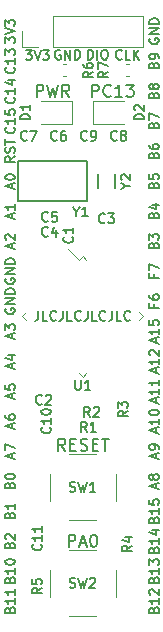
<source format=gto>
G04 #@! TF.GenerationSoftware,KiCad,Pcbnew,(5.1.6)-1*
G04 #@! TF.CreationDate,2020-06-29T14:48:59-07:00*
G04 #@! TF.ProjectId,devboard,64657662-6f61-4726-942e-6b696361645f,A*
G04 #@! TF.SameCoordinates,PX7c82060PY49a3900*
G04 #@! TF.FileFunction,Legend,Top*
G04 #@! TF.FilePolarity,Positive*
%FSLAX46Y46*%
G04 Gerber Fmt 4.6, Leading zero omitted, Abs format (unit mm)*
G04 Created by KiCad (PCBNEW (5.1.6)-1) date 2020-06-29 14:48:59*
%MOMM*%
%LPD*%
G01*
G04 APERTURE LIST*
%ADD10C,0.203200*%
%ADD11C,0.152400*%
%ADD12C,0.150000*%
%ADD13C,0.120000*%
G04 APERTURE END LIST*
D10*
X7958666Y-45163619D02*
X7958666Y-44147619D01*
X8345714Y-44147619D01*
X8442476Y-44196000D01*
X8490857Y-44244380D01*
X8539238Y-44341142D01*
X8539238Y-44486285D01*
X8490857Y-44583047D01*
X8442476Y-44631428D01*
X8345714Y-44679809D01*
X7958666Y-44679809D01*
X8926285Y-44873333D02*
X9410095Y-44873333D01*
X8829523Y-45163619D02*
X9168190Y-44147619D01*
X9506857Y-45163619D01*
X10039047Y-44147619D02*
X10135809Y-44147619D01*
X10232571Y-44196000D01*
X10280952Y-44244380D01*
X10329333Y-44341142D01*
X10377714Y-44534666D01*
X10377714Y-44776571D01*
X10329333Y-44970095D01*
X10280952Y-45066857D01*
X10232571Y-45115238D01*
X10135809Y-45163619D01*
X10039047Y-45163619D01*
X9942285Y-45115238D01*
X9893904Y-45066857D01*
X9845523Y-44970095D01*
X9797142Y-44776571D01*
X9797142Y-44534666D01*
X9845523Y-44341142D01*
X9893904Y-44244380D01*
X9942285Y-44196000D01*
X10039047Y-44147619D01*
X7668380Y-37035619D02*
X7329714Y-36551809D01*
X7087809Y-37035619D02*
X7087809Y-36019619D01*
X7474857Y-36019619D01*
X7571619Y-36068000D01*
X7620000Y-36116380D01*
X7668380Y-36213142D01*
X7668380Y-36358285D01*
X7620000Y-36455047D01*
X7571619Y-36503428D01*
X7474857Y-36551809D01*
X7087809Y-36551809D01*
X8103809Y-36503428D02*
X8442476Y-36503428D01*
X8587619Y-37035619D02*
X8103809Y-37035619D01*
X8103809Y-36019619D01*
X8587619Y-36019619D01*
X8974666Y-36987238D02*
X9119809Y-37035619D01*
X9361714Y-37035619D01*
X9458476Y-36987238D01*
X9506857Y-36938857D01*
X9555238Y-36842095D01*
X9555238Y-36745333D01*
X9506857Y-36648571D01*
X9458476Y-36600190D01*
X9361714Y-36551809D01*
X9168190Y-36503428D01*
X9071428Y-36455047D01*
X9023047Y-36406666D01*
X8974666Y-36309904D01*
X8974666Y-36213142D01*
X9023047Y-36116380D01*
X9071428Y-36068000D01*
X9168190Y-36019619D01*
X9410095Y-36019619D01*
X9555238Y-36068000D01*
X9990666Y-36503428D02*
X10329333Y-36503428D01*
X10474476Y-37035619D02*
X9990666Y-37035619D01*
X9990666Y-36019619D01*
X10474476Y-36019619D01*
X10764761Y-36019619D02*
X11345333Y-36019619D01*
X11055047Y-37035619D02*
X11055047Y-36019619D01*
X9942285Y-7063619D02*
X9942285Y-6047619D01*
X10329333Y-6047619D01*
X10426095Y-6096000D01*
X10474476Y-6144380D01*
X10522857Y-6241142D01*
X10522857Y-6386285D01*
X10474476Y-6483047D01*
X10426095Y-6531428D01*
X10329333Y-6579809D01*
X9942285Y-6579809D01*
X11538857Y-6966857D02*
X11490476Y-7015238D01*
X11345333Y-7063619D01*
X11248571Y-7063619D01*
X11103428Y-7015238D01*
X11006666Y-6918476D01*
X10958285Y-6821714D01*
X10909904Y-6628190D01*
X10909904Y-6483047D01*
X10958285Y-6289523D01*
X11006666Y-6192761D01*
X11103428Y-6096000D01*
X11248571Y-6047619D01*
X11345333Y-6047619D01*
X11490476Y-6096000D01*
X11538857Y-6144380D01*
X12506476Y-7063619D02*
X11925904Y-7063619D01*
X12216190Y-7063619D02*
X12216190Y-6047619D01*
X12119428Y-6192761D01*
X12022666Y-6289523D01*
X11925904Y-6337904D01*
X12845142Y-6047619D02*
X13474095Y-6047619D01*
X13135428Y-6434666D01*
X13280571Y-6434666D01*
X13377333Y-6483047D01*
X13425714Y-6531428D01*
X13474095Y-6628190D01*
X13474095Y-6870095D01*
X13425714Y-6966857D01*
X13377333Y-7015238D01*
X13280571Y-7063619D01*
X12990285Y-7063619D01*
X12893523Y-7015238D01*
X12845142Y-6966857D01*
X5249333Y-7063619D02*
X5249333Y-6047619D01*
X5636380Y-6047619D01*
X5733142Y-6096000D01*
X5781523Y-6144380D01*
X5829904Y-6241142D01*
X5829904Y-6386285D01*
X5781523Y-6483047D01*
X5733142Y-6531428D01*
X5636380Y-6579809D01*
X5249333Y-6579809D01*
X6168571Y-6047619D02*
X6410476Y-7063619D01*
X6604000Y-6337904D01*
X6797523Y-7063619D01*
X7039428Y-6047619D01*
X8007047Y-7063619D02*
X7668380Y-6579809D01*
X7426476Y-7063619D02*
X7426476Y-6047619D01*
X7813523Y-6047619D01*
X7910285Y-6096000D01*
X7958666Y-6144380D01*
X8007047Y-6241142D01*
X8007047Y-6386285D01*
X7958666Y-6483047D01*
X7910285Y-6531428D01*
X7813523Y-6579809D01*
X7426476Y-6579809D01*
D11*
X15181942Y-50500038D02*
X15220647Y-50383923D01*
X15259352Y-50345219D01*
X15336761Y-50306514D01*
X15452876Y-50306514D01*
X15530285Y-50345219D01*
X15568990Y-50383923D01*
X15607695Y-50461333D01*
X15607695Y-50770971D01*
X14794895Y-50770971D01*
X14794895Y-50500038D01*
X14833600Y-50422628D01*
X14872304Y-50383923D01*
X14949714Y-50345219D01*
X15027123Y-50345219D01*
X15104533Y-50383923D01*
X15143238Y-50422628D01*
X15181942Y-50500038D01*
X15181942Y-50770971D01*
X15607695Y-49532419D02*
X15607695Y-49996876D01*
X15607695Y-49764647D02*
X14794895Y-49764647D01*
X14911009Y-49842057D01*
X14988419Y-49919466D01*
X15027123Y-49996876D01*
X14872304Y-49222780D02*
X14833600Y-49184076D01*
X14794895Y-49106666D01*
X14794895Y-48913142D01*
X14833600Y-48835733D01*
X14872304Y-48797028D01*
X14949714Y-48758323D01*
X15027123Y-48758323D01*
X15143238Y-48797028D01*
X15607695Y-49261485D01*
X15607695Y-48758323D01*
X15181942Y-47960038D02*
X15220647Y-47843923D01*
X15259352Y-47805219D01*
X15336761Y-47766514D01*
X15452876Y-47766514D01*
X15530285Y-47805219D01*
X15568990Y-47843923D01*
X15607695Y-47921333D01*
X15607695Y-48230971D01*
X14794895Y-48230971D01*
X14794895Y-47960038D01*
X14833600Y-47882628D01*
X14872304Y-47843923D01*
X14949714Y-47805219D01*
X15027123Y-47805219D01*
X15104533Y-47843923D01*
X15143238Y-47882628D01*
X15181942Y-47960038D01*
X15181942Y-48230971D01*
X15607695Y-46992419D02*
X15607695Y-47456876D01*
X15607695Y-47224647D02*
X14794895Y-47224647D01*
X14911009Y-47302057D01*
X14988419Y-47379466D01*
X15027123Y-47456876D01*
X14794895Y-46721485D02*
X14794895Y-46218323D01*
X15104533Y-46489257D01*
X15104533Y-46373142D01*
X15143238Y-46295733D01*
X15181942Y-46257028D01*
X15259352Y-46218323D01*
X15452876Y-46218323D01*
X15530285Y-46257028D01*
X15568990Y-46295733D01*
X15607695Y-46373142D01*
X15607695Y-46605371D01*
X15568990Y-46682780D01*
X15530285Y-46721485D01*
X15181942Y-45420038D02*
X15220647Y-45303923D01*
X15259352Y-45265219D01*
X15336761Y-45226514D01*
X15452876Y-45226514D01*
X15530285Y-45265219D01*
X15568990Y-45303923D01*
X15607695Y-45381333D01*
X15607695Y-45690971D01*
X14794895Y-45690971D01*
X14794895Y-45420038D01*
X14833600Y-45342628D01*
X14872304Y-45303923D01*
X14949714Y-45265219D01*
X15027123Y-45265219D01*
X15104533Y-45303923D01*
X15143238Y-45342628D01*
X15181942Y-45420038D01*
X15181942Y-45690971D01*
X15607695Y-44452419D02*
X15607695Y-44916876D01*
X15607695Y-44684647D02*
X14794895Y-44684647D01*
X14911009Y-44762057D01*
X14988419Y-44839466D01*
X15027123Y-44916876D01*
X15065828Y-43755733D02*
X15607695Y-43755733D01*
X14756190Y-43949257D02*
X15336761Y-44142780D01*
X15336761Y-43639619D01*
X15181942Y-42880038D02*
X15220647Y-42763923D01*
X15259352Y-42725219D01*
X15336761Y-42686514D01*
X15452876Y-42686514D01*
X15530285Y-42725219D01*
X15568990Y-42763923D01*
X15607695Y-42841333D01*
X15607695Y-43150971D01*
X14794895Y-43150971D01*
X14794895Y-42880038D01*
X14833600Y-42802628D01*
X14872304Y-42763923D01*
X14949714Y-42725219D01*
X15027123Y-42725219D01*
X15104533Y-42763923D01*
X15143238Y-42802628D01*
X15181942Y-42880038D01*
X15181942Y-43150971D01*
X15607695Y-41912419D02*
X15607695Y-42376876D01*
X15607695Y-42144647D02*
X14794895Y-42144647D01*
X14911009Y-42222057D01*
X14988419Y-42299466D01*
X15027123Y-42376876D01*
X14794895Y-41177028D02*
X14794895Y-41564076D01*
X15181942Y-41602780D01*
X15143238Y-41564076D01*
X15104533Y-41486666D01*
X15104533Y-41293142D01*
X15143238Y-41215733D01*
X15181942Y-41177028D01*
X15259352Y-41138323D01*
X15452876Y-41138323D01*
X15530285Y-41177028D01*
X15568990Y-41215733D01*
X15607695Y-41293142D01*
X15607695Y-41486666D01*
X15568990Y-41564076D01*
X15530285Y-41602780D01*
X15375466Y-40204571D02*
X15375466Y-39817523D01*
X15607695Y-40281980D02*
X14794895Y-40011047D01*
X15607695Y-39740114D01*
X15143238Y-39353066D02*
X15104533Y-39430476D01*
X15065828Y-39469180D01*
X14988419Y-39507885D01*
X14949714Y-39507885D01*
X14872304Y-39469180D01*
X14833600Y-39430476D01*
X14794895Y-39353066D01*
X14794895Y-39198247D01*
X14833600Y-39120838D01*
X14872304Y-39082133D01*
X14949714Y-39043428D01*
X14988419Y-39043428D01*
X15065828Y-39082133D01*
X15104533Y-39120838D01*
X15143238Y-39198247D01*
X15143238Y-39353066D01*
X15181942Y-39430476D01*
X15220647Y-39469180D01*
X15298057Y-39507885D01*
X15452876Y-39507885D01*
X15530285Y-39469180D01*
X15568990Y-39430476D01*
X15607695Y-39353066D01*
X15607695Y-39198247D01*
X15568990Y-39120838D01*
X15530285Y-39082133D01*
X15452876Y-39043428D01*
X15298057Y-39043428D01*
X15220647Y-39082133D01*
X15181942Y-39120838D01*
X15143238Y-39198247D01*
X15375466Y-37664571D02*
X15375466Y-37277523D01*
X15607695Y-37741980D02*
X14794895Y-37471047D01*
X15607695Y-37200114D01*
X15607695Y-36890476D02*
X15607695Y-36735657D01*
X15568990Y-36658247D01*
X15530285Y-36619542D01*
X15414171Y-36542133D01*
X15259352Y-36503428D01*
X14949714Y-36503428D01*
X14872304Y-36542133D01*
X14833600Y-36580838D01*
X14794895Y-36658247D01*
X14794895Y-36813066D01*
X14833600Y-36890476D01*
X14872304Y-36929180D01*
X14949714Y-36967885D01*
X15143238Y-36967885D01*
X15220647Y-36929180D01*
X15259352Y-36890476D01*
X15298057Y-36813066D01*
X15298057Y-36658247D01*
X15259352Y-36580838D01*
X15220647Y-36542133D01*
X15143238Y-36503428D01*
X15375466Y-35511619D02*
X15375466Y-35124571D01*
X15607695Y-35589028D02*
X14794895Y-35318095D01*
X15607695Y-35047161D01*
X15607695Y-34350476D02*
X15607695Y-34814933D01*
X15607695Y-34582704D02*
X14794895Y-34582704D01*
X14911009Y-34660114D01*
X14988419Y-34737523D01*
X15027123Y-34814933D01*
X14794895Y-33847314D02*
X14794895Y-33769904D01*
X14833600Y-33692495D01*
X14872304Y-33653790D01*
X14949714Y-33615085D01*
X15104533Y-33576380D01*
X15298057Y-33576380D01*
X15452876Y-33615085D01*
X15530285Y-33653790D01*
X15568990Y-33692495D01*
X15607695Y-33769904D01*
X15607695Y-33847314D01*
X15568990Y-33924723D01*
X15530285Y-33963428D01*
X15452876Y-34002133D01*
X15298057Y-34040838D01*
X15104533Y-34040838D01*
X14949714Y-34002133D01*
X14872304Y-33963428D01*
X14833600Y-33924723D01*
X14794895Y-33847314D01*
X15375466Y-32971619D02*
X15375466Y-32584571D01*
X15607695Y-33049028D02*
X14794895Y-32778095D01*
X15607695Y-32507161D01*
X15607695Y-31810476D02*
X15607695Y-32274933D01*
X15607695Y-32042704D02*
X14794895Y-32042704D01*
X14911009Y-32120114D01*
X14988419Y-32197523D01*
X15027123Y-32274933D01*
X15607695Y-31036380D02*
X15607695Y-31500838D01*
X15607695Y-31268609D02*
X14794895Y-31268609D01*
X14911009Y-31346019D01*
X14988419Y-31423428D01*
X15027123Y-31500838D01*
X15375466Y-30431619D02*
X15375466Y-30044571D01*
X15607695Y-30509028D02*
X14794895Y-30238095D01*
X15607695Y-29967161D01*
X15607695Y-29270476D02*
X15607695Y-29734933D01*
X15607695Y-29502704D02*
X14794895Y-29502704D01*
X14911009Y-29580114D01*
X14988419Y-29657523D01*
X15027123Y-29734933D01*
X14872304Y-28960838D02*
X14833600Y-28922133D01*
X14794895Y-28844723D01*
X14794895Y-28651200D01*
X14833600Y-28573790D01*
X14872304Y-28535085D01*
X14949714Y-28496380D01*
X15027123Y-28496380D01*
X15143238Y-28535085D01*
X15607695Y-28999542D01*
X15607695Y-28496380D01*
X15375466Y-27891619D02*
X15375466Y-27504571D01*
X15607695Y-27969028D02*
X14794895Y-27698095D01*
X15607695Y-27427161D01*
X15607695Y-26730476D02*
X15607695Y-27194933D01*
X15607695Y-26962704D02*
X14794895Y-26962704D01*
X14911009Y-27040114D01*
X14988419Y-27117523D01*
X15027123Y-27194933D01*
X14794895Y-25995085D02*
X14794895Y-26382133D01*
X15181942Y-26420838D01*
X15143238Y-26382133D01*
X15104533Y-26304723D01*
X15104533Y-26111200D01*
X15143238Y-26033790D01*
X15181942Y-25995085D01*
X15259352Y-25956380D01*
X15452876Y-25956380D01*
X15530285Y-25995085D01*
X15568990Y-26033790D01*
X15607695Y-26111200D01*
X15607695Y-26304723D01*
X15568990Y-26382133D01*
X15530285Y-26420838D01*
X15181942Y-24654933D02*
X15181942Y-24925866D01*
X15607695Y-24925866D02*
X14794895Y-24925866D01*
X14794895Y-24538819D01*
X14794895Y-23880838D02*
X14794895Y-24035657D01*
X14833600Y-24113066D01*
X14872304Y-24151771D01*
X14988419Y-24229180D01*
X15143238Y-24267885D01*
X15452876Y-24267885D01*
X15530285Y-24229180D01*
X15568990Y-24190476D01*
X15607695Y-24113066D01*
X15607695Y-23958247D01*
X15568990Y-23880838D01*
X15530285Y-23842133D01*
X15452876Y-23803428D01*
X15259352Y-23803428D01*
X15181942Y-23842133D01*
X15143238Y-23880838D01*
X15104533Y-23958247D01*
X15104533Y-24113066D01*
X15143238Y-24190476D01*
X15181942Y-24229180D01*
X15259352Y-24267885D01*
X15181942Y-22114933D02*
X15181942Y-22385866D01*
X15607695Y-22385866D02*
X14794895Y-22385866D01*
X14794895Y-21998819D01*
X14794895Y-21766590D02*
X14794895Y-21224723D01*
X15607695Y-21573066D01*
X15181942Y-19632990D02*
X15220647Y-19516876D01*
X15259352Y-19478171D01*
X15336761Y-19439466D01*
X15452876Y-19439466D01*
X15530285Y-19478171D01*
X15568990Y-19516876D01*
X15607695Y-19594285D01*
X15607695Y-19903923D01*
X14794895Y-19903923D01*
X14794895Y-19632990D01*
X14833600Y-19555580D01*
X14872304Y-19516876D01*
X14949714Y-19478171D01*
X15027123Y-19478171D01*
X15104533Y-19516876D01*
X15143238Y-19555580D01*
X15181942Y-19632990D01*
X15181942Y-19903923D01*
X14794895Y-19168533D02*
X14794895Y-18665371D01*
X15104533Y-18936304D01*
X15104533Y-18820190D01*
X15143238Y-18742780D01*
X15181942Y-18704076D01*
X15259352Y-18665371D01*
X15452876Y-18665371D01*
X15530285Y-18704076D01*
X15568990Y-18742780D01*
X15607695Y-18820190D01*
X15607695Y-19052419D01*
X15568990Y-19129828D01*
X15530285Y-19168533D01*
X15181942Y-17092990D02*
X15220647Y-16976876D01*
X15259352Y-16938171D01*
X15336761Y-16899466D01*
X15452876Y-16899466D01*
X15530285Y-16938171D01*
X15568990Y-16976876D01*
X15607695Y-17054285D01*
X15607695Y-17363923D01*
X14794895Y-17363923D01*
X14794895Y-17092990D01*
X14833600Y-17015580D01*
X14872304Y-16976876D01*
X14949714Y-16938171D01*
X15027123Y-16938171D01*
X15104533Y-16976876D01*
X15143238Y-17015580D01*
X15181942Y-17092990D01*
X15181942Y-17363923D01*
X15065828Y-16202780D02*
X15607695Y-16202780D01*
X14756190Y-16396304D02*
X15336761Y-16589828D01*
X15336761Y-16086666D01*
X15181942Y-14552990D02*
X15220647Y-14436876D01*
X15259352Y-14398171D01*
X15336761Y-14359466D01*
X15452876Y-14359466D01*
X15530285Y-14398171D01*
X15568990Y-14436876D01*
X15607695Y-14514285D01*
X15607695Y-14823923D01*
X14794895Y-14823923D01*
X14794895Y-14552990D01*
X14833600Y-14475580D01*
X14872304Y-14436876D01*
X14949714Y-14398171D01*
X15027123Y-14398171D01*
X15104533Y-14436876D01*
X15143238Y-14475580D01*
X15181942Y-14552990D01*
X15181942Y-14823923D01*
X14794895Y-13624076D02*
X14794895Y-14011123D01*
X15181942Y-14049828D01*
X15143238Y-14011123D01*
X15104533Y-13933714D01*
X15104533Y-13740190D01*
X15143238Y-13662780D01*
X15181942Y-13624076D01*
X15259352Y-13585371D01*
X15452876Y-13585371D01*
X15530285Y-13624076D01*
X15568990Y-13662780D01*
X15607695Y-13740190D01*
X15607695Y-13933714D01*
X15568990Y-14011123D01*
X15530285Y-14049828D01*
X15181942Y-12012990D02*
X15220647Y-11896876D01*
X15259352Y-11858171D01*
X15336761Y-11819466D01*
X15452876Y-11819466D01*
X15530285Y-11858171D01*
X15568990Y-11896876D01*
X15607695Y-11974285D01*
X15607695Y-12283923D01*
X14794895Y-12283923D01*
X14794895Y-12012990D01*
X14833600Y-11935580D01*
X14872304Y-11896876D01*
X14949714Y-11858171D01*
X15027123Y-11858171D01*
X15104533Y-11896876D01*
X15143238Y-11935580D01*
X15181942Y-12012990D01*
X15181942Y-12283923D01*
X14794895Y-11122780D02*
X14794895Y-11277600D01*
X14833600Y-11355009D01*
X14872304Y-11393714D01*
X14988419Y-11471123D01*
X15143238Y-11509828D01*
X15452876Y-11509828D01*
X15530285Y-11471123D01*
X15568990Y-11432419D01*
X15607695Y-11355009D01*
X15607695Y-11200190D01*
X15568990Y-11122780D01*
X15530285Y-11084076D01*
X15452876Y-11045371D01*
X15259352Y-11045371D01*
X15181942Y-11084076D01*
X15143238Y-11122780D01*
X15104533Y-11200190D01*
X15104533Y-11355009D01*
X15143238Y-11432419D01*
X15181942Y-11471123D01*
X15259352Y-11509828D01*
X15181942Y-9472990D02*
X15220647Y-9356876D01*
X15259352Y-9318171D01*
X15336761Y-9279466D01*
X15452876Y-9279466D01*
X15530285Y-9318171D01*
X15568990Y-9356876D01*
X15607695Y-9434285D01*
X15607695Y-9743923D01*
X14794895Y-9743923D01*
X14794895Y-9472990D01*
X14833600Y-9395580D01*
X14872304Y-9356876D01*
X14949714Y-9318171D01*
X15027123Y-9318171D01*
X15104533Y-9356876D01*
X15143238Y-9395580D01*
X15181942Y-9472990D01*
X15181942Y-9743923D01*
X14794895Y-9008533D02*
X14794895Y-8466666D01*
X15607695Y-8815009D01*
X15181942Y-6932990D02*
X15220647Y-6816876D01*
X15259352Y-6778171D01*
X15336761Y-6739466D01*
X15452876Y-6739466D01*
X15530285Y-6778171D01*
X15568990Y-6816876D01*
X15607695Y-6894285D01*
X15607695Y-7203923D01*
X14794895Y-7203923D01*
X14794895Y-6932990D01*
X14833600Y-6855580D01*
X14872304Y-6816876D01*
X14949714Y-6778171D01*
X15027123Y-6778171D01*
X15104533Y-6816876D01*
X15143238Y-6855580D01*
X15181942Y-6932990D01*
X15181942Y-7203923D01*
X15143238Y-6275009D02*
X15104533Y-6352419D01*
X15065828Y-6391123D01*
X14988419Y-6429828D01*
X14949714Y-6429828D01*
X14872304Y-6391123D01*
X14833600Y-6352419D01*
X14794895Y-6275009D01*
X14794895Y-6120190D01*
X14833600Y-6042780D01*
X14872304Y-6004076D01*
X14949714Y-5965371D01*
X14988419Y-5965371D01*
X15065828Y-6004076D01*
X15104533Y-6042780D01*
X15143238Y-6120190D01*
X15143238Y-6275009D01*
X15181942Y-6352419D01*
X15220647Y-6391123D01*
X15298057Y-6429828D01*
X15452876Y-6429828D01*
X15530285Y-6391123D01*
X15568990Y-6352419D01*
X15607695Y-6275009D01*
X15607695Y-6120190D01*
X15568990Y-6042780D01*
X15530285Y-6004076D01*
X15452876Y-5965371D01*
X15298057Y-5965371D01*
X15220647Y-6004076D01*
X15181942Y-6042780D01*
X15143238Y-6120190D01*
X15181942Y-4392990D02*
X15220647Y-4276876D01*
X15259352Y-4238171D01*
X15336761Y-4199466D01*
X15452876Y-4199466D01*
X15530285Y-4238171D01*
X15568990Y-4276876D01*
X15607695Y-4354285D01*
X15607695Y-4663923D01*
X14794895Y-4663923D01*
X14794895Y-4392990D01*
X14833600Y-4315580D01*
X14872304Y-4276876D01*
X14949714Y-4238171D01*
X15027123Y-4238171D01*
X15104533Y-4276876D01*
X15143238Y-4315580D01*
X15181942Y-4392990D01*
X15181942Y-4663923D01*
X15607695Y-3812419D02*
X15607695Y-3657600D01*
X15568990Y-3580190D01*
X15530285Y-3541485D01*
X15414171Y-3464076D01*
X15259352Y-3425371D01*
X14949714Y-3425371D01*
X14872304Y-3464076D01*
X14833600Y-3502780D01*
X14794895Y-3580190D01*
X14794895Y-3735009D01*
X14833600Y-3812419D01*
X14872304Y-3851123D01*
X14949714Y-3889828D01*
X15143238Y-3889828D01*
X15220647Y-3851123D01*
X15259352Y-3812419D01*
X15298057Y-3735009D01*
X15298057Y-3580190D01*
X15259352Y-3502780D01*
X15220647Y-3464076D01*
X15143238Y-3425371D01*
X14833600Y-2143276D02*
X14794895Y-2220685D01*
X14794895Y-2336800D01*
X14833600Y-2452914D01*
X14911009Y-2530323D01*
X14988419Y-2569028D01*
X15143238Y-2607733D01*
X15259352Y-2607733D01*
X15414171Y-2569028D01*
X15491580Y-2530323D01*
X15568990Y-2452914D01*
X15607695Y-2336800D01*
X15607695Y-2259390D01*
X15568990Y-2143276D01*
X15530285Y-2104571D01*
X15259352Y-2104571D01*
X15259352Y-2259390D01*
X15607695Y-1756228D02*
X14794895Y-1756228D01*
X15607695Y-1291771D01*
X14794895Y-1291771D01*
X15607695Y-904723D02*
X14794895Y-904723D01*
X14794895Y-711200D01*
X14833600Y-595085D01*
X14911009Y-517676D01*
X14988419Y-478971D01*
X15143238Y-440266D01*
X15259352Y-440266D01*
X15414171Y-478971D01*
X15491580Y-517676D01*
X15568990Y-595085D01*
X15607695Y-711200D01*
X15607695Y-904723D01*
X2602895Y-2530323D02*
X2602895Y-2027161D01*
X2912533Y-2298095D01*
X2912533Y-2181980D01*
X2951238Y-2104571D01*
X2989942Y-2065866D01*
X3067352Y-2027161D01*
X3260876Y-2027161D01*
X3338285Y-2065866D01*
X3376990Y-2104571D01*
X3415695Y-2181980D01*
X3415695Y-2414209D01*
X3376990Y-2491619D01*
X3338285Y-2530323D01*
X2602895Y-1794933D02*
X3415695Y-1524000D01*
X2602895Y-1253066D01*
X2602895Y-1059542D02*
X2602895Y-556380D01*
X2912533Y-827314D01*
X2912533Y-711200D01*
X2951238Y-633790D01*
X2989942Y-595085D01*
X3067352Y-556380D01*
X3260876Y-556380D01*
X3338285Y-595085D01*
X3376990Y-633790D01*
X3415695Y-711200D01*
X3415695Y-943428D01*
X3376990Y-1020838D01*
X3338285Y-1059542D01*
X3338285Y-4586514D02*
X3376990Y-4625219D01*
X3415695Y-4741333D01*
X3415695Y-4818742D01*
X3376990Y-4934857D01*
X3299580Y-5012266D01*
X3222171Y-5050971D01*
X3067352Y-5089676D01*
X2951238Y-5089676D01*
X2796419Y-5050971D01*
X2719009Y-5012266D01*
X2641600Y-4934857D01*
X2602895Y-4818742D01*
X2602895Y-4741333D01*
X2641600Y-4625219D01*
X2680304Y-4586514D01*
X3415695Y-3812419D02*
X3415695Y-4276876D01*
X3415695Y-4044647D02*
X2602895Y-4044647D01*
X2719009Y-4122057D01*
X2796419Y-4199466D01*
X2835123Y-4276876D01*
X2602895Y-3541485D02*
X2602895Y-3038323D01*
X2912533Y-3309257D01*
X2912533Y-3193142D01*
X2951238Y-3115733D01*
X2989942Y-3077028D01*
X3067352Y-3038323D01*
X3260876Y-3038323D01*
X3338285Y-3077028D01*
X3376990Y-3115733D01*
X3415695Y-3193142D01*
X3415695Y-3425371D01*
X3376990Y-3502780D01*
X3338285Y-3541485D01*
X3338285Y-7126514D02*
X3376990Y-7165219D01*
X3415695Y-7281333D01*
X3415695Y-7358742D01*
X3376990Y-7474857D01*
X3299580Y-7552266D01*
X3222171Y-7590971D01*
X3067352Y-7629676D01*
X2951238Y-7629676D01*
X2796419Y-7590971D01*
X2719009Y-7552266D01*
X2641600Y-7474857D01*
X2602895Y-7358742D01*
X2602895Y-7281333D01*
X2641600Y-7165219D01*
X2680304Y-7126514D01*
X3415695Y-6352419D02*
X3415695Y-6816876D01*
X3415695Y-6584647D02*
X2602895Y-6584647D01*
X2719009Y-6662057D01*
X2796419Y-6739466D01*
X2835123Y-6816876D01*
X2873828Y-5655733D02*
X3415695Y-5655733D01*
X2564190Y-5849257D02*
X3144761Y-6042780D01*
X3144761Y-5539619D01*
X3338285Y-9666514D02*
X3376990Y-9705219D01*
X3415695Y-9821333D01*
X3415695Y-9898742D01*
X3376990Y-10014857D01*
X3299580Y-10092266D01*
X3222171Y-10130971D01*
X3067352Y-10169676D01*
X2951238Y-10169676D01*
X2796419Y-10130971D01*
X2719009Y-10092266D01*
X2641600Y-10014857D01*
X2602895Y-9898742D01*
X2602895Y-9821333D01*
X2641600Y-9705219D01*
X2680304Y-9666514D01*
X3415695Y-8892419D02*
X3415695Y-9356876D01*
X3415695Y-9124647D02*
X2602895Y-9124647D01*
X2719009Y-9202057D01*
X2796419Y-9279466D01*
X2835123Y-9356876D01*
X2602895Y-8157028D02*
X2602895Y-8544076D01*
X2989942Y-8582780D01*
X2951238Y-8544076D01*
X2912533Y-8466666D01*
X2912533Y-8273142D01*
X2951238Y-8195733D01*
X2989942Y-8157028D01*
X3067352Y-8118323D01*
X3260876Y-8118323D01*
X3338285Y-8157028D01*
X3376990Y-8195733D01*
X3415695Y-8273142D01*
X3415695Y-8466666D01*
X3376990Y-8544076D01*
X3338285Y-8582780D01*
X3415695Y-12129104D02*
X3028647Y-12400038D01*
X3415695Y-12593561D02*
X2602895Y-12593561D01*
X2602895Y-12283923D01*
X2641600Y-12206514D01*
X2680304Y-12167809D01*
X2757714Y-12129104D01*
X2873828Y-12129104D01*
X2951238Y-12167809D01*
X2989942Y-12206514D01*
X3028647Y-12283923D01*
X3028647Y-12593561D01*
X3376990Y-11819466D02*
X3415695Y-11703352D01*
X3415695Y-11509828D01*
X3376990Y-11432419D01*
X3338285Y-11393714D01*
X3260876Y-11355009D01*
X3183466Y-11355009D01*
X3106057Y-11393714D01*
X3067352Y-11432419D01*
X3028647Y-11509828D01*
X2989942Y-11664647D01*
X2951238Y-11742057D01*
X2912533Y-11780761D01*
X2835123Y-11819466D01*
X2757714Y-11819466D01*
X2680304Y-11780761D01*
X2641600Y-11742057D01*
X2602895Y-11664647D01*
X2602895Y-11471123D01*
X2641600Y-11355009D01*
X2602895Y-11122780D02*
X2602895Y-10658323D01*
X3415695Y-10890552D02*
X2602895Y-10890552D01*
X3183466Y-14804571D02*
X3183466Y-14417523D01*
X3415695Y-14881980D02*
X2602895Y-14611047D01*
X3415695Y-14340114D01*
X2602895Y-13914361D02*
X2602895Y-13836952D01*
X2641600Y-13759542D01*
X2680304Y-13720838D01*
X2757714Y-13682133D01*
X2912533Y-13643428D01*
X3106057Y-13643428D01*
X3260876Y-13682133D01*
X3338285Y-13720838D01*
X3376990Y-13759542D01*
X3415695Y-13836952D01*
X3415695Y-13914361D01*
X3376990Y-13991771D01*
X3338285Y-14030476D01*
X3260876Y-14069180D01*
X3106057Y-14107885D01*
X2912533Y-14107885D01*
X2757714Y-14069180D01*
X2680304Y-14030476D01*
X2641600Y-13991771D01*
X2602895Y-13914361D01*
X3183466Y-17344571D02*
X3183466Y-16957523D01*
X3415695Y-17421980D02*
X2602895Y-17151047D01*
X3415695Y-16880114D01*
X3415695Y-16183428D02*
X3415695Y-16647885D01*
X3415695Y-16415657D02*
X2602895Y-16415657D01*
X2719009Y-16493066D01*
X2796419Y-16570476D01*
X2835123Y-16647885D01*
X3183466Y-19884571D02*
X3183466Y-19497523D01*
X3415695Y-19961980D02*
X2602895Y-19691047D01*
X3415695Y-19420114D01*
X2680304Y-19187885D02*
X2641600Y-19149180D01*
X2602895Y-19071771D01*
X2602895Y-18878247D01*
X2641600Y-18800838D01*
X2680304Y-18762133D01*
X2757714Y-18723428D01*
X2835123Y-18723428D01*
X2951238Y-18762133D01*
X3415695Y-19226590D01*
X3415695Y-18723428D01*
X2641600Y-22463276D02*
X2602895Y-22540685D01*
X2602895Y-22656800D01*
X2641600Y-22772914D01*
X2719009Y-22850323D01*
X2796419Y-22889028D01*
X2951238Y-22927733D01*
X3067352Y-22927733D01*
X3222171Y-22889028D01*
X3299580Y-22850323D01*
X3376990Y-22772914D01*
X3415695Y-22656800D01*
X3415695Y-22579390D01*
X3376990Y-22463276D01*
X3338285Y-22424571D01*
X3067352Y-22424571D01*
X3067352Y-22579390D01*
X3415695Y-22076228D02*
X2602895Y-22076228D01*
X3415695Y-21611771D01*
X2602895Y-21611771D01*
X3415695Y-21224723D02*
X2602895Y-21224723D01*
X2602895Y-21031200D01*
X2641600Y-20915085D01*
X2719009Y-20837676D01*
X2796419Y-20798971D01*
X2951238Y-20760266D01*
X3067352Y-20760266D01*
X3222171Y-20798971D01*
X3299580Y-20837676D01*
X3376990Y-20915085D01*
X3415695Y-21031200D01*
X3415695Y-21224723D01*
X2641600Y-25003276D02*
X2602895Y-25080685D01*
X2602895Y-25196800D01*
X2641600Y-25312914D01*
X2719009Y-25390323D01*
X2796419Y-25429028D01*
X2951238Y-25467733D01*
X3067352Y-25467733D01*
X3222171Y-25429028D01*
X3299580Y-25390323D01*
X3376990Y-25312914D01*
X3415695Y-25196800D01*
X3415695Y-25119390D01*
X3376990Y-25003276D01*
X3338285Y-24964571D01*
X3067352Y-24964571D01*
X3067352Y-25119390D01*
X3415695Y-24616228D02*
X2602895Y-24616228D01*
X3415695Y-24151771D01*
X2602895Y-24151771D01*
X3415695Y-23764723D02*
X2602895Y-23764723D01*
X2602895Y-23571200D01*
X2641600Y-23455085D01*
X2719009Y-23377676D01*
X2796419Y-23338971D01*
X2951238Y-23300266D01*
X3067352Y-23300266D01*
X3222171Y-23338971D01*
X3299580Y-23377676D01*
X3376990Y-23455085D01*
X3415695Y-23571200D01*
X3415695Y-23764723D01*
X3183466Y-27504571D02*
X3183466Y-27117523D01*
X3415695Y-27581980D02*
X2602895Y-27311047D01*
X3415695Y-27040114D01*
X2602895Y-26846590D02*
X2602895Y-26343428D01*
X2912533Y-26614361D01*
X2912533Y-26498247D01*
X2951238Y-26420838D01*
X2989942Y-26382133D01*
X3067352Y-26343428D01*
X3260876Y-26343428D01*
X3338285Y-26382133D01*
X3376990Y-26420838D01*
X3415695Y-26498247D01*
X3415695Y-26730476D01*
X3376990Y-26807885D01*
X3338285Y-26846590D01*
X2989942Y-50500038D02*
X3028647Y-50383923D01*
X3067352Y-50345219D01*
X3144761Y-50306514D01*
X3260876Y-50306514D01*
X3338285Y-50345219D01*
X3376990Y-50383923D01*
X3415695Y-50461333D01*
X3415695Y-50770971D01*
X2602895Y-50770971D01*
X2602895Y-50500038D01*
X2641600Y-50422628D01*
X2680304Y-50383923D01*
X2757714Y-50345219D01*
X2835123Y-50345219D01*
X2912533Y-50383923D01*
X2951238Y-50422628D01*
X2989942Y-50500038D01*
X2989942Y-50770971D01*
X3415695Y-49532419D02*
X3415695Y-49996876D01*
X3415695Y-49764647D02*
X2602895Y-49764647D01*
X2719009Y-49842057D01*
X2796419Y-49919466D01*
X2835123Y-49996876D01*
X3415695Y-48758323D02*
X3415695Y-49222780D01*
X3415695Y-48990552D02*
X2602895Y-48990552D01*
X2719009Y-49067961D01*
X2796419Y-49145371D01*
X2835123Y-49222780D01*
X2989942Y-47960038D02*
X3028647Y-47843923D01*
X3067352Y-47805219D01*
X3144761Y-47766514D01*
X3260876Y-47766514D01*
X3338285Y-47805219D01*
X3376990Y-47843923D01*
X3415695Y-47921333D01*
X3415695Y-48230971D01*
X2602895Y-48230971D01*
X2602895Y-47960038D01*
X2641600Y-47882628D01*
X2680304Y-47843923D01*
X2757714Y-47805219D01*
X2835123Y-47805219D01*
X2912533Y-47843923D01*
X2951238Y-47882628D01*
X2989942Y-47960038D01*
X2989942Y-48230971D01*
X3415695Y-46992419D02*
X3415695Y-47456876D01*
X3415695Y-47224647D02*
X2602895Y-47224647D01*
X2719009Y-47302057D01*
X2796419Y-47379466D01*
X2835123Y-47456876D01*
X2602895Y-46489257D02*
X2602895Y-46411847D01*
X2641600Y-46334438D01*
X2680304Y-46295733D01*
X2757714Y-46257028D01*
X2912533Y-46218323D01*
X3106057Y-46218323D01*
X3260876Y-46257028D01*
X3338285Y-46295733D01*
X3376990Y-46334438D01*
X3415695Y-46411847D01*
X3415695Y-46489257D01*
X3376990Y-46566666D01*
X3338285Y-46605371D01*
X3260876Y-46644076D01*
X3106057Y-46682780D01*
X2912533Y-46682780D01*
X2757714Y-46644076D01*
X2680304Y-46605371D01*
X2641600Y-46566666D01*
X2602895Y-46489257D01*
X2989942Y-45032990D02*
X3028647Y-44916876D01*
X3067352Y-44878171D01*
X3144761Y-44839466D01*
X3260876Y-44839466D01*
X3338285Y-44878171D01*
X3376990Y-44916876D01*
X3415695Y-44994285D01*
X3415695Y-45303923D01*
X2602895Y-45303923D01*
X2602895Y-45032990D01*
X2641600Y-44955580D01*
X2680304Y-44916876D01*
X2757714Y-44878171D01*
X2835123Y-44878171D01*
X2912533Y-44916876D01*
X2951238Y-44955580D01*
X2989942Y-45032990D01*
X2989942Y-45303923D01*
X2680304Y-44529828D02*
X2641600Y-44491123D01*
X2602895Y-44413714D01*
X2602895Y-44220190D01*
X2641600Y-44142780D01*
X2680304Y-44104076D01*
X2757714Y-44065371D01*
X2835123Y-44065371D01*
X2951238Y-44104076D01*
X3415695Y-44568533D01*
X3415695Y-44065371D01*
X2989942Y-42492990D02*
X3028647Y-42376876D01*
X3067352Y-42338171D01*
X3144761Y-42299466D01*
X3260876Y-42299466D01*
X3338285Y-42338171D01*
X3376990Y-42376876D01*
X3415695Y-42454285D01*
X3415695Y-42763923D01*
X2602895Y-42763923D01*
X2602895Y-42492990D01*
X2641600Y-42415580D01*
X2680304Y-42376876D01*
X2757714Y-42338171D01*
X2835123Y-42338171D01*
X2912533Y-42376876D01*
X2951238Y-42415580D01*
X2989942Y-42492990D01*
X2989942Y-42763923D01*
X3415695Y-41525371D02*
X3415695Y-41989828D01*
X3415695Y-41757600D02*
X2602895Y-41757600D01*
X2719009Y-41835009D01*
X2796419Y-41912419D01*
X2835123Y-41989828D01*
X2989942Y-39952990D02*
X3028647Y-39836876D01*
X3067352Y-39798171D01*
X3144761Y-39759466D01*
X3260876Y-39759466D01*
X3338285Y-39798171D01*
X3376990Y-39836876D01*
X3415695Y-39914285D01*
X3415695Y-40223923D01*
X2602895Y-40223923D01*
X2602895Y-39952990D01*
X2641600Y-39875580D01*
X2680304Y-39836876D01*
X2757714Y-39798171D01*
X2835123Y-39798171D01*
X2912533Y-39836876D01*
X2951238Y-39875580D01*
X2989942Y-39952990D01*
X2989942Y-40223923D01*
X2602895Y-39256304D02*
X2602895Y-39178895D01*
X2641600Y-39101485D01*
X2680304Y-39062780D01*
X2757714Y-39024076D01*
X2912533Y-38985371D01*
X3106057Y-38985371D01*
X3260876Y-39024076D01*
X3338285Y-39062780D01*
X3376990Y-39101485D01*
X3415695Y-39178895D01*
X3415695Y-39256304D01*
X3376990Y-39333714D01*
X3338285Y-39372419D01*
X3260876Y-39411123D01*
X3106057Y-39449828D01*
X2912533Y-39449828D01*
X2757714Y-39411123D01*
X2680304Y-39372419D01*
X2641600Y-39333714D01*
X2602895Y-39256304D01*
X3183466Y-37664571D02*
X3183466Y-37277523D01*
X3415695Y-37741980D02*
X2602895Y-37471047D01*
X3415695Y-37200114D01*
X2602895Y-37006590D02*
X2602895Y-36464723D01*
X3415695Y-36813066D01*
X3183466Y-35124571D02*
X3183466Y-34737523D01*
X3415695Y-35201980D02*
X2602895Y-34931047D01*
X3415695Y-34660114D01*
X2602895Y-34040838D02*
X2602895Y-34195657D01*
X2641600Y-34273066D01*
X2680304Y-34311771D01*
X2796419Y-34389180D01*
X2951238Y-34427885D01*
X3260876Y-34427885D01*
X3338285Y-34389180D01*
X3376990Y-34350476D01*
X3415695Y-34273066D01*
X3415695Y-34118247D01*
X3376990Y-34040838D01*
X3338285Y-34002133D01*
X3260876Y-33963428D01*
X3067352Y-33963428D01*
X2989942Y-34002133D01*
X2951238Y-34040838D01*
X2912533Y-34118247D01*
X2912533Y-34273066D01*
X2951238Y-34350476D01*
X2989942Y-34389180D01*
X3067352Y-34427885D01*
X3183466Y-32584571D02*
X3183466Y-32197523D01*
X3415695Y-32661980D02*
X2602895Y-32391047D01*
X3415695Y-32120114D01*
X2602895Y-31462133D02*
X2602895Y-31849180D01*
X2989942Y-31887885D01*
X2951238Y-31849180D01*
X2912533Y-31771771D01*
X2912533Y-31578247D01*
X2951238Y-31500838D01*
X2989942Y-31462133D01*
X3067352Y-31423428D01*
X3260876Y-31423428D01*
X3338285Y-31462133D01*
X3376990Y-31500838D01*
X3415695Y-31578247D01*
X3415695Y-31771771D01*
X3376990Y-31849180D01*
X3338285Y-31887885D01*
X3183466Y-30044571D02*
X3183466Y-29657523D01*
X3415695Y-30121980D02*
X2602895Y-29851047D01*
X3415695Y-29580114D01*
X2873828Y-28960838D02*
X3415695Y-28960838D01*
X2564190Y-29154361D02*
X3144761Y-29347885D01*
X3144761Y-28844723D01*
X4327676Y-3110895D02*
X4830838Y-3110895D01*
X4559904Y-3420533D01*
X4676019Y-3420533D01*
X4753428Y-3459238D01*
X4792133Y-3497942D01*
X4830838Y-3575352D01*
X4830838Y-3768876D01*
X4792133Y-3846285D01*
X4753428Y-3884990D01*
X4676019Y-3923695D01*
X4443790Y-3923695D01*
X4366380Y-3884990D01*
X4327676Y-3846285D01*
X5063066Y-3110895D02*
X5334000Y-3923695D01*
X5604933Y-3110895D01*
X5798457Y-3110895D02*
X6301619Y-3110895D01*
X6030685Y-3420533D01*
X6146800Y-3420533D01*
X6224209Y-3459238D01*
X6262914Y-3497942D01*
X6301619Y-3575352D01*
X6301619Y-3768876D01*
X6262914Y-3846285D01*
X6224209Y-3884990D01*
X6146800Y-3923695D01*
X5914571Y-3923695D01*
X5837161Y-3884990D01*
X5798457Y-3846285D01*
X7254723Y-3149600D02*
X7177314Y-3110895D01*
X7061200Y-3110895D01*
X6945085Y-3149600D01*
X6867676Y-3227009D01*
X6828971Y-3304419D01*
X6790266Y-3459238D01*
X6790266Y-3575352D01*
X6828971Y-3730171D01*
X6867676Y-3807580D01*
X6945085Y-3884990D01*
X7061200Y-3923695D01*
X7138609Y-3923695D01*
X7254723Y-3884990D01*
X7293428Y-3846285D01*
X7293428Y-3575352D01*
X7138609Y-3575352D01*
X7641771Y-3923695D02*
X7641771Y-3110895D01*
X8106228Y-3923695D01*
X8106228Y-3110895D01*
X8493276Y-3923695D02*
X8493276Y-3110895D01*
X8686800Y-3110895D01*
X8802914Y-3149600D01*
X8880323Y-3227009D01*
X8919028Y-3304419D01*
X8957733Y-3459238D01*
X8957733Y-3575352D01*
X8919028Y-3730171D01*
X8880323Y-3807580D01*
X8802914Y-3884990D01*
X8686800Y-3923695D01*
X8493276Y-3923695D01*
X9581847Y-3923695D02*
X9581847Y-3110895D01*
X9775371Y-3110895D01*
X9891485Y-3149600D01*
X9968895Y-3227009D01*
X10007600Y-3304419D01*
X10046304Y-3459238D01*
X10046304Y-3575352D01*
X10007600Y-3730171D01*
X9968895Y-3807580D01*
X9891485Y-3884990D01*
X9775371Y-3923695D01*
X9581847Y-3923695D01*
X10394647Y-3923695D02*
X10394647Y-3110895D01*
X10936514Y-3110895D02*
X11091333Y-3110895D01*
X11168742Y-3149600D01*
X11246152Y-3227009D01*
X11284857Y-3381828D01*
X11284857Y-3652761D01*
X11246152Y-3807580D01*
X11168742Y-3884990D01*
X11091333Y-3923695D01*
X10936514Y-3923695D01*
X10859104Y-3884990D01*
X10781695Y-3807580D01*
X10742990Y-3652761D01*
X10742990Y-3381828D01*
X10781695Y-3227009D01*
X10859104Y-3149600D01*
X10936514Y-3110895D01*
X12470190Y-3846285D02*
X12431485Y-3884990D01*
X12315371Y-3923695D01*
X12237961Y-3923695D01*
X12121847Y-3884990D01*
X12044438Y-3807580D01*
X12005733Y-3730171D01*
X11967028Y-3575352D01*
X11967028Y-3459238D01*
X12005733Y-3304419D01*
X12044438Y-3227009D01*
X12121847Y-3149600D01*
X12237961Y-3110895D01*
X12315371Y-3110895D01*
X12431485Y-3149600D01*
X12470190Y-3188304D01*
X13205580Y-3923695D02*
X12818533Y-3923695D01*
X12818533Y-3110895D01*
X13476514Y-3923695D02*
X13476514Y-3110895D01*
X13940971Y-3923695D02*
X13592628Y-3459238D01*
X13940971Y-3110895D02*
X13476514Y-3575352D01*
X5389638Y-25208895D02*
X5389638Y-25789466D01*
X5350933Y-25905580D01*
X5273523Y-25982990D01*
X5157409Y-26021695D01*
X5080000Y-26021695D01*
X6163733Y-26021695D02*
X5776685Y-26021695D01*
X5776685Y-25208895D01*
X6899123Y-25944285D02*
X6860419Y-25982990D01*
X6744304Y-26021695D01*
X6666895Y-26021695D01*
X6550780Y-25982990D01*
X6473371Y-25905580D01*
X6434666Y-25828171D01*
X6395961Y-25673352D01*
X6395961Y-25557238D01*
X6434666Y-25402419D01*
X6473371Y-25325009D01*
X6550780Y-25247600D01*
X6666895Y-25208895D01*
X6744304Y-25208895D01*
X6860419Y-25247600D01*
X6899123Y-25286304D01*
X7479695Y-25208895D02*
X7479695Y-25789466D01*
X7440990Y-25905580D01*
X7363580Y-25982990D01*
X7247466Y-26021695D01*
X7170057Y-26021695D01*
X8253790Y-26021695D02*
X7866742Y-26021695D01*
X7866742Y-25208895D01*
X8989180Y-25944285D02*
X8950476Y-25982990D01*
X8834361Y-26021695D01*
X8756952Y-26021695D01*
X8640838Y-25982990D01*
X8563428Y-25905580D01*
X8524723Y-25828171D01*
X8486019Y-25673352D01*
X8486019Y-25557238D01*
X8524723Y-25402419D01*
X8563428Y-25325009D01*
X8640838Y-25247600D01*
X8756952Y-25208895D01*
X8834361Y-25208895D01*
X8950476Y-25247600D01*
X8989180Y-25286304D01*
X9569752Y-25208895D02*
X9569752Y-25789466D01*
X9531047Y-25905580D01*
X9453638Y-25982990D01*
X9337523Y-26021695D01*
X9260114Y-26021695D01*
X10343847Y-26021695D02*
X9956800Y-26021695D01*
X9956800Y-25208895D01*
X11079238Y-25944285D02*
X11040533Y-25982990D01*
X10924419Y-26021695D01*
X10847009Y-26021695D01*
X10730895Y-25982990D01*
X10653485Y-25905580D01*
X10614780Y-25828171D01*
X10576076Y-25673352D01*
X10576076Y-25557238D01*
X10614780Y-25402419D01*
X10653485Y-25325009D01*
X10730895Y-25247600D01*
X10847009Y-25208895D01*
X10924419Y-25208895D01*
X11040533Y-25247600D01*
X11079238Y-25286304D01*
X11659809Y-25208895D02*
X11659809Y-25789466D01*
X11621104Y-25905580D01*
X11543695Y-25982990D01*
X11427580Y-26021695D01*
X11350171Y-26021695D01*
X12433904Y-26021695D02*
X12046857Y-26021695D01*
X12046857Y-25208895D01*
X13169295Y-25944285D02*
X13130590Y-25982990D01*
X13014476Y-26021695D01*
X12937066Y-26021695D01*
X12820952Y-25982990D01*
X12743542Y-25905580D01*
X12704838Y-25828171D01*
X12666133Y-25673352D01*
X12666133Y-25557238D01*
X12704838Y-25402419D01*
X12743542Y-25325009D01*
X12820952Y-25247600D01*
X12937066Y-25208895D01*
X13014476Y-25208895D01*
X13130590Y-25247600D01*
X13169295Y-25286304D01*
D12*
X11926000Y-14824000D02*
X11926000Y-13624000D01*
X10426000Y-14824000D02*
X10426000Y-13624000D01*
X3704000Y-15924000D02*
X3704000Y-12524000D01*
X9504000Y-15924000D02*
X9504000Y-12524000D01*
X9504000Y-12524000D02*
X3704000Y-12524000D01*
X9504000Y-15924000D02*
X3704000Y-15924000D01*
D13*
X12684000Y-7422000D02*
X9999000Y-7422000D01*
X9999000Y-7422000D02*
X9999000Y-9342000D01*
X9999000Y-9342000D02*
X12684000Y-9342000D01*
X5604000Y-9342000D02*
X8289000Y-9342000D01*
X8289000Y-9342000D02*
X8289000Y-7422000D01*
X8289000Y-7422000D02*
X5604000Y-7422000D01*
X8825802Y-30441113D02*
X9144000Y-30759311D01*
X9144000Y-30759311D02*
X9462198Y-30441113D01*
X4356887Y-25972198D02*
X4038689Y-25654000D01*
X4038689Y-25654000D02*
X4356887Y-25335802D01*
X13931113Y-25335802D02*
X14249311Y-25654000D01*
X14249311Y-25654000D02*
X13931113Y-25972198D01*
X9462198Y-20866887D02*
X9144000Y-20548689D01*
X9144000Y-20548689D02*
X8825802Y-20866887D01*
X8825802Y-20866887D02*
X7913634Y-19954719D01*
X8001000Y-51054000D02*
X10287000Y-51054000D01*
X6350000Y-47117000D02*
X6350000Y-49403000D01*
X8001000Y-45466000D02*
X10287000Y-45466000D01*
X11938000Y-47117000D02*
X11938000Y-49403000D01*
X8001000Y-42926000D02*
X10287000Y-42926000D01*
X6350000Y-38989000D02*
X6350000Y-41275000D01*
X8001000Y-37338000D02*
X10287000Y-37338000D01*
X11938000Y-38989000D02*
X11938000Y-41275000D01*
X13116779Y-4316000D02*
X12791221Y-4316000D01*
X13116779Y-5336000D02*
X12791221Y-5336000D01*
X7457221Y-5336000D02*
X7782779Y-5336000D01*
X7457221Y-4316000D02*
X7782779Y-4316000D01*
X4004000Y-2854000D02*
X4004000Y-1524000D01*
X5334000Y-2854000D02*
X4004000Y-2854000D01*
X6604000Y-2854000D02*
X6604000Y-194000D01*
X6604000Y-194000D02*
X14284000Y-194000D01*
X6604000Y-2854000D02*
X14284000Y-2854000D01*
X14284000Y-2854000D02*
X14284000Y-194000D01*
D11*
X12807647Y-14611047D02*
X13194695Y-14611047D01*
X12381895Y-14881980D02*
X12807647Y-14611047D01*
X12381895Y-14340114D01*
X12459304Y-14107885D02*
X12420600Y-14069180D01*
X12381895Y-13991771D01*
X12381895Y-13798247D01*
X12420600Y-13720838D01*
X12459304Y-13682133D01*
X12536714Y-13643428D01*
X12614123Y-13643428D01*
X12730238Y-13682133D01*
X13194695Y-14146590D01*
X13194695Y-13643428D01*
X8629952Y-16804647D02*
X8629952Y-17191695D01*
X8359019Y-16378895D02*
X8629952Y-16804647D01*
X8900885Y-16378895D01*
X9597571Y-17191695D02*
X9133114Y-17191695D01*
X9365342Y-17191695D02*
X9365342Y-16378895D01*
X9287933Y-16495009D01*
X9210523Y-16572419D01*
X9133114Y-16611123D01*
X14337695Y-8981923D02*
X13524895Y-8981923D01*
X13524895Y-8788400D01*
X13563600Y-8672285D01*
X13641009Y-8594876D01*
X13718419Y-8556171D01*
X13873238Y-8517466D01*
X13989352Y-8517466D01*
X14144171Y-8556171D01*
X14221580Y-8594876D01*
X14298990Y-8672285D01*
X14337695Y-8788400D01*
X14337695Y-8981923D01*
X13602304Y-8207828D02*
X13563600Y-8169123D01*
X13524895Y-8091714D01*
X13524895Y-7898190D01*
X13563600Y-7820780D01*
X13602304Y-7782076D01*
X13679714Y-7743371D01*
X13757123Y-7743371D01*
X13873238Y-7782076D01*
X14337695Y-8246533D01*
X14337695Y-7743371D01*
X4685695Y-8981923D02*
X3872895Y-8981923D01*
X3872895Y-8788400D01*
X3911600Y-8672285D01*
X3989009Y-8594876D01*
X4066419Y-8556171D01*
X4221238Y-8517466D01*
X4337352Y-8517466D01*
X4492171Y-8556171D01*
X4569580Y-8594876D01*
X4646990Y-8672285D01*
X4685695Y-8788400D01*
X4685695Y-8981923D01*
X4685695Y-7743371D02*
X4685695Y-8207828D01*
X4685695Y-7975600D02*
X3872895Y-7975600D01*
X3989009Y-8053009D01*
X4066419Y-8130419D01*
X4105123Y-8207828D01*
X8524723Y-31050895D02*
X8524723Y-31708876D01*
X8563428Y-31786285D01*
X8602133Y-31824990D01*
X8679542Y-31863695D01*
X8834361Y-31863695D01*
X8911771Y-31824990D01*
X8950476Y-31786285D01*
X8989180Y-31708876D01*
X8989180Y-31050895D01*
X9801980Y-31863695D02*
X9337523Y-31863695D01*
X9569752Y-31863695D02*
X9569752Y-31050895D01*
X9492342Y-31167009D01*
X9414933Y-31244419D01*
X9337523Y-31283123D01*
X8060266Y-48588990D02*
X8176380Y-48627695D01*
X8369904Y-48627695D01*
X8447314Y-48588990D01*
X8486019Y-48550285D01*
X8524723Y-48472876D01*
X8524723Y-48395466D01*
X8486019Y-48318057D01*
X8447314Y-48279352D01*
X8369904Y-48240647D01*
X8215085Y-48201942D01*
X8137676Y-48163238D01*
X8098971Y-48124533D01*
X8060266Y-48047123D01*
X8060266Y-47969714D01*
X8098971Y-47892304D01*
X8137676Y-47853600D01*
X8215085Y-47814895D01*
X8408609Y-47814895D01*
X8524723Y-47853600D01*
X8795657Y-47814895D02*
X8989180Y-48627695D01*
X9144000Y-48047123D01*
X9298819Y-48627695D01*
X9492342Y-47814895D01*
X9763276Y-47892304D02*
X9801980Y-47853600D01*
X9879390Y-47814895D01*
X10072914Y-47814895D01*
X10150323Y-47853600D01*
X10189028Y-47892304D01*
X10227733Y-47969714D01*
X10227733Y-48047123D01*
X10189028Y-48163238D01*
X9724571Y-48627695D01*
X10227733Y-48627695D01*
X5701695Y-48649466D02*
X5314647Y-48920400D01*
X5701695Y-49113923D02*
X4888895Y-49113923D01*
X4888895Y-48804285D01*
X4927600Y-48726876D01*
X4966304Y-48688171D01*
X5043714Y-48649466D01*
X5159828Y-48649466D01*
X5237238Y-48688171D01*
X5275942Y-48726876D01*
X5314647Y-48804285D01*
X5314647Y-49113923D01*
X4888895Y-47914076D02*
X4888895Y-48301123D01*
X5275942Y-48339828D01*
X5237238Y-48301123D01*
X5198533Y-48223714D01*
X5198533Y-48030190D01*
X5237238Y-47952780D01*
X5275942Y-47914076D01*
X5353352Y-47875371D01*
X5546876Y-47875371D01*
X5624285Y-47914076D01*
X5662990Y-47952780D01*
X5701695Y-48030190D01*
X5701695Y-48223714D01*
X5662990Y-48301123D01*
X5624285Y-48339828D01*
X13321695Y-45070466D02*
X12934647Y-45341400D01*
X13321695Y-45534923D02*
X12508895Y-45534923D01*
X12508895Y-45225285D01*
X12547600Y-45147876D01*
X12586304Y-45109171D01*
X12663714Y-45070466D01*
X12779828Y-45070466D01*
X12857238Y-45109171D01*
X12895942Y-45147876D01*
X12934647Y-45225285D01*
X12934647Y-45534923D01*
X12779828Y-44373780D02*
X13321695Y-44373780D01*
X12470190Y-44567304D02*
X13050761Y-44760828D01*
X13050761Y-44257666D01*
X5624285Y-44972514D02*
X5662990Y-45011219D01*
X5701695Y-45127333D01*
X5701695Y-45204742D01*
X5662990Y-45320857D01*
X5585580Y-45398266D01*
X5508171Y-45436971D01*
X5353352Y-45475676D01*
X5237238Y-45475676D01*
X5082419Y-45436971D01*
X5005009Y-45398266D01*
X4927600Y-45320857D01*
X4888895Y-45204742D01*
X4888895Y-45127333D01*
X4927600Y-45011219D01*
X4966304Y-44972514D01*
X5701695Y-44198419D02*
X5701695Y-44662876D01*
X5701695Y-44430647D02*
X4888895Y-44430647D01*
X5005009Y-44508057D01*
X5082419Y-44585466D01*
X5121123Y-44662876D01*
X5701695Y-43424323D02*
X5701695Y-43888780D01*
X5701695Y-43656552D02*
X4888895Y-43656552D01*
X5005009Y-43733961D01*
X5082419Y-43811371D01*
X5121123Y-43888780D01*
X8060266Y-40460990D02*
X8176380Y-40499695D01*
X8369904Y-40499695D01*
X8447314Y-40460990D01*
X8486019Y-40422285D01*
X8524723Y-40344876D01*
X8524723Y-40267466D01*
X8486019Y-40190057D01*
X8447314Y-40151352D01*
X8369904Y-40112647D01*
X8215085Y-40073942D01*
X8137676Y-40035238D01*
X8098971Y-39996533D01*
X8060266Y-39919123D01*
X8060266Y-39841714D01*
X8098971Y-39764304D01*
X8137676Y-39725600D01*
X8215085Y-39686895D01*
X8408609Y-39686895D01*
X8524723Y-39725600D01*
X8795657Y-39686895D02*
X8989180Y-40499695D01*
X9144000Y-39919123D01*
X9298819Y-40499695D01*
X9492342Y-39686895D01*
X10227733Y-40499695D02*
X9763276Y-40499695D01*
X9995504Y-40499695D02*
X9995504Y-39686895D01*
X9918095Y-39803009D01*
X9840685Y-39880419D01*
X9763276Y-39919123D01*
X11289695Y-4961466D02*
X10902647Y-5232400D01*
X11289695Y-5425923D02*
X10476895Y-5425923D01*
X10476895Y-5116285D01*
X10515600Y-5038876D01*
X10554304Y-5000171D01*
X10631714Y-4961466D01*
X10747828Y-4961466D01*
X10825238Y-5000171D01*
X10863942Y-5038876D01*
X10902647Y-5116285D01*
X10902647Y-5425923D01*
X10476895Y-4690533D02*
X10476895Y-4148666D01*
X11289695Y-4497009D01*
X10019695Y-4961466D02*
X9632647Y-5232400D01*
X10019695Y-5425923D02*
X9206895Y-5425923D01*
X9206895Y-5116285D01*
X9245600Y-5038876D01*
X9284304Y-5000171D01*
X9361714Y-4961466D01*
X9477828Y-4961466D01*
X9555238Y-5000171D01*
X9593942Y-5038876D01*
X9632647Y-5116285D01*
X9632647Y-5425923D01*
X9206895Y-4264780D02*
X9206895Y-4419600D01*
X9245600Y-4497009D01*
X9284304Y-4535714D01*
X9400419Y-4613123D01*
X9555238Y-4651828D01*
X9864876Y-4651828D01*
X9942285Y-4613123D01*
X9980990Y-4574419D01*
X10019695Y-4497009D01*
X10019695Y-4342190D01*
X9980990Y-4264780D01*
X9942285Y-4226076D01*
X9864876Y-4187371D01*
X9671352Y-4187371D01*
X9593942Y-4226076D01*
X9555238Y-4264780D01*
X9516533Y-4342190D01*
X9516533Y-4497009D01*
X9555238Y-4574419D01*
X9593942Y-4613123D01*
X9671352Y-4651828D01*
X12967695Y-33663466D02*
X12580647Y-33934400D01*
X12967695Y-34127923D02*
X12154895Y-34127923D01*
X12154895Y-33818285D01*
X12193600Y-33740876D01*
X12232304Y-33702171D01*
X12309714Y-33663466D01*
X12425828Y-33663466D01*
X12503238Y-33702171D01*
X12541942Y-33740876D01*
X12580647Y-33818285D01*
X12580647Y-34127923D01*
X12154895Y-33392533D02*
X12154895Y-32889371D01*
X12464533Y-33160304D01*
X12464533Y-33044190D01*
X12503238Y-32966780D01*
X12541942Y-32928076D01*
X12619352Y-32889371D01*
X12812876Y-32889371D01*
X12890285Y-32928076D01*
X12928990Y-32966780D01*
X12967695Y-33044190D01*
X12967695Y-33276419D01*
X12928990Y-33353828D01*
X12890285Y-33392533D01*
X9770533Y-34149695D02*
X9499600Y-33762647D01*
X9306076Y-34149695D02*
X9306076Y-33336895D01*
X9615714Y-33336895D01*
X9693123Y-33375600D01*
X9731828Y-33414304D01*
X9770533Y-33491714D01*
X9770533Y-33607828D01*
X9731828Y-33685238D01*
X9693123Y-33723942D01*
X9615714Y-33762647D01*
X9306076Y-33762647D01*
X10080171Y-33414304D02*
X10118876Y-33375600D01*
X10196285Y-33336895D01*
X10389809Y-33336895D01*
X10467219Y-33375600D01*
X10505923Y-33414304D01*
X10544628Y-33491714D01*
X10544628Y-33569123D01*
X10505923Y-33685238D01*
X10041466Y-34149695D01*
X10544628Y-34149695D01*
X9516533Y-35419695D02*
X9245600Y-35032647D01*
X9052076Y-35419695D02*
X9052076Y-34606895D01*
X9361714Y-34606895D01*
X9439123Y-34645600D01*
X9477828Y-34684304D01*
X9516533Y-34761714D01*
X9516533Y-34877828D01*
X9477828Y-34955238D01*
X9439123Y-34993942D01*
X9361714Y-35032647D01*
X9052076Y-35032647D01*
X10290628Y-35419695D02*
X9826171Y-35419695D01*
X10058400Y-35419695D02*
X10058400Y-34606895D01*
X9980990Y-34723009D01*
X9903580Y-34800419D01*
X9826171Y-34839123D01*
X6386285Y-35066514D02*
X6424990Y-35105219D01*
X6463695Y-35221333D01*
X6463695Y-35298742D01*
X6424990Y-35414857D01*
X6347580Y-35492266D01*
X6270171Y-35530971D01*
X6115352Y-35569676D01*
X5999238Y-35569676D01*
X5844419Y-35530971D01*
X5767009Y-35492266D01*
X5689600Y-35414857D01*
X5650895Y-35298742D01*
X5650895Y-35221333D01*
X5689600Y-35105219D01*
X5728304Y-35066514D01*
X6463695Y-34292419D02*
X6463695Y-34756876D01*
X6463695Y-34524647D02*
X5650895Y-34524647D01*
X5767009Y-34602057D01*
X5844419Y-34679466D01*
X5883123Y-34756876D01*
X5650895Y-33789257D02*
X5650895Y-33711847D01*
X5689600Y-33634438D01*
X5728304Y-33595733D01*
X5805714Y-33557028D01*
X5960533Y-33518323D01*
X6154057Y-33518323D01*
X6308876Y-33557028D01*
X6386285Y-33595733D01*
X6424990Y-33634438D01*
X6463695Y-33711847D01*
X6463695Y-33789257D01*
X6424990Y-33866666D01*
X6386285Y-33905371D01*
X6308876Y-33944076D01*
X6154057Y-33982780D01*
X5960533Y-33982780D01*
X5805714Y-33944076D01*
X5728304Y-33905371D01*
X5689600Y-33866666D01*
X5650895Y-33789257D01*
X9516533Y-10704285D02*
X9477828Y-10742990D01*
X9361714Y-10781695D01*
X9284304Y-10781695D01*
X9168190Y-10742990D01*
X9090780Y-10665580D01*
X9052076Y-10588171D01*
X9013371Y-10433352D01*
X9013371Y-10317238D01*
X9052076Y-10162419D01*
X9090780Y-10085009D01*
X9168190Y-10007600D01*
X9284304Y-9968895D01*
X9361714Y-9968895D01*
X9477828Y-10007600D01*
X9516533Y-10046304D01*
X9903580Y-10781695D02*
X10058400Y-10781695D01*
X10135809Y-10742990D01*
X10174514Y-10704285D01*
X10251923Y-10588171D01*
X10290628Y-10433352D01*
X10290628Y-10123714D01*
X10251923Y-10046304D01*
X10213219Y-10007600D01*
X10135809Y-9968895D01*
X9980990Y-9968895D01*
X9903580Y-10007600D01*
X9864876Y-10046304D01*
X9826171Y-10123714D01*
X9826171Y-10317238D01*
X9864876Y-10394647D01*
X9903580Y-10433352D01*
X9980990Y-10472057D01*
X10135809Y-10472057D01*
X10213219Y-10433352D01*
X10251923Y-10394647D01*
X10290628Y-10317238D01*
X12056533Y-10704285D02*
X12017828Y-10742990D01*
X11901714Y-10781695D01*
X11824304Y-10781695D01*
X11708190Y-10742990D01*
X11630780Y-10665580D01*
X11592076Y-10588171D01*
X11553371Y-10433352D01*
X11553371Y-10317238D01*
X11592076Y-10162419D01*
X11630780Y-10085009D01*
X11708190Y-10007600D01*
X11824304Y-9968895D01*
X11901714Y-9968895D01*
X12017828Y-10007600D01*
X12056533Y-10046304D01*
X12520990Y-10317238D02*
X12443580Y-10278533D01*
X12404876Y-10239828D01*
X12366171Y-10162419D01*
X12366171Y-10123714D01*
X12404876Y-10046304D01*
X12443580Y-10007600D01*
X12520990Y-9968895D01*
X12675809Y-9968895D01*
X12753219Y-10007600D01*
X12791923Y-10046304D01*
X12830628Y-10123714D01*
X12830628Y-10162419D01*
X12791923Y-10239828D01*
X12753219Y-10278533D01*
X12675809Y-10317238D01*
X12520990Y-10317238D01*
X12443580Y-10355942D01*
X12404876Y-10394647D01*
X12366171Y-10472057D01*
X12366171Y-10626876D01*
X12404876Y-10704285D01*
X12443580Y-10742990D01*
X12520990Y-10781695D01*
X12675809Y-10781695D01*
X12753219Y-10742990D01*
X12791923Y-10704285D01*
X12830628Y-10626876D01*
X12830628Y-10472057D01*
X12791923Y-10394647D01*
X12753219Y-10355942D01*
X12675809Y-10317238D01*
X4436533Y-10704285D02*
X4397828Y-10742990D01*
X4281714Y-10781695D01*
X4204304Y-10781695D01*
X4088190Y-10742990D01*
X4010780Y-10665580D01*
X3972076Y-10588171D01*
X3933371Y-10433352D01*
X3933371Y-10317238D01*
X3972076Y-10162419D01*
X4010780Y-10085009D01*
X4088190Y-10007600D01*
X4204304Y-9968895D01*
X4281714Y-9968895D01*
X4397828Y-10007600D01*
X4436533Y-10046304D01*
X4707466Y-9968895D02*
X5249333Y-9968895D01*
X4900990Y-10781695D01*
X6976533Y-10704285D02*
X6937828Y-10742990D01*
X6821714Y-10781695D01*
X6744304Y-10781695D01*
X6628190Y-10742990D01*
X6550780Y-10665580D01*
X6512076Y-10588171D01*
X6473371Y-10433352D01*
X6473371Y-10317238D01*
X6512076Y-10162419D01*
X6550780Y-10085009D01*
X6628190Y-10007600D01*
X6744304Y-9968895D01*
X6821714Y-9968895D01*
X6937828Y-10007600D01*
X6976533Y-10046304D01*
X7673219Y-9968895D02*
X7518400Y-9968895D01*
X7440990Y-10007600D01*
X7402285Y-10046304D01*
X7324876Y-10162419D01*
X7286171Y-10317238D01*
X7286171Y-10626876D01*
X7324876Y-10704285D01*
X7363580Y-10742990D01*
X7440990Y-10781695D01*
X7595809Y-10781695D01*
X7673219Y-10742990D01*
X7711923Y-10704285D01*
X7750628Y-10626876D01*
X7750628Y-10433352D01*
X7711923Y-10355942D01*
X7673219Y-10317238D01*
X7595809Y-10278533D01*
X7440990Y-10278533D01*
X7363580Y-10317238D01*
X7324876Y-10355942D01*
X7286171Y-10433352D01*
X6214533Y-17562285D02*
X6175828Y-17600990D01*
X6059714Y-17639695D01*
X5982304Y-17639695D01*
X5866190Y-17600990D01*
X5788780Y-17523580D01*
X5750076Y-17446171D01*
X5711371Y-17291352D01*
X5711371Y-17175238D01*
X5750076Y-17020419D01*
X5788780Y-16943009D01*
X5866190Y-16865600D01*
X5982304Y-16826895D01*
X6059714Y-16826895D01*
X6175828Y-16865600D01*
X6214533Y-16904304D01*
X6949923Y-16826895D02*
X6562876Y-16826895D01*
X6524171Y-17213942D01*
X6562876Y-17175238D01*
X6640285Y-17136533D01*
X6833809Y-17136533D01*
X6911219Y-17175238D01*
X6949923Y-17213942D01*
X6988628Y-17291352D01*
X6988628Y-17484876D01*
X6949923Y-17562285D01*
X6911219Y-17600990D01*
X6833809Y-17639695D01*
X6640285Y-17639695D01*
X6562876Y-17600990D01*
X6524171Y-17562285D01*
X6214533Y-18832285D02*
X6175828Y-18870990D01*
X6059714Y-18909695D01*
X5982304Y-18909695D01*
X5866190Y-18870990D01*
X5788780Y-18793580D01*
X5750076Y-18716171D01*
X5711371Y-18561352D01*
X5711371Y-18445238D01*
X5750076Y-18290419D01*
X5788780Y-18213009D01*
X5866190Y-18135600D01*
X5982304Y-18096895D01*
X6059714Y-18096895D01*
X6175828Y-18135600D01*
X6214533Y-18174304D01*
X6911219Y-18367828D02*
X6911219Y-18909695D01*
X6717695Y-18058190D02*
X6524171Y-18638761D01*
X7027333Y-18638761D01*
X11040533Y-17689285D02*
X11001828Y-17727990D01*
X10885714Y-17766695D01*
X10808304Y-17766695D01*
X10692190Y-17727990D01*
X10614780Y-17650580D01*
X10576076Y-17573171D01*
X10537371Y-17418352D01*
X10537371Y-17302238D01*
X10576076Y-17147419D01*
X10614780Y-17070009D01*
X10692190Y-16992600D01*
X10808304Y-16953895D01*
X10885714Y-16953895D01*
X11001828Y-16992600D01*
X11040533Y-17031304D01*
X11311466Y-16953895D02*
X11814628Y-16953895D01*
X11543695Y-17263533D01*
X11659809Y-17263533D01*
X11737219Y-17302238D01*
X11775923Y-17340942D01*
X11814628Y-17418352D01*
X11814628Y-17611876D01*
X11775923Y-17689285D01*
X11737219Y-17727990D01*
X11659809Y-17766695D01*
X11427580Y-17766695D01*
X11350171Y-17727990D01*
X11311466Y-17689285D01*
X5706533Y-33056285D02*
X5667828Y-33094990D01*
X5551714Y-33133695D01*
X5474304Y-33133695D01*
X5358190Y-33094990D01*
X5280780Y-33017580D01*
X5242076Y-32940171D01*
X5203371Y-32785352D01*
X5203371Y-32669238D01*
X5242076Y-32514419D01*
X5280780Y-32437009D01*
X5358190Y-32359600D01*
X5474304Y-32320895D01*
X5551714Y-32320895D01*
X5667828Y-32359600D01*
X5706533Y-32398304D01*
X6016171Y-32398304D02*
X6054876Y-32359600D01*
X6132285Y-32320895D01*
X6325809Y-32320895D01*
X6403219Y-32359600D01*
X6441923Y-32398304D01*
X6480628Y-32475714D01*
X6480628Y-32553123D01*
X6441923Y-32669238D01*
X5977466Y-33133695D01*
X6480628Y-33133695D01*
X8264285Y-18931466D02*
X8302990Y-18970171D01*
X8341695Y-19086285D01*
X8341695Y-19163695D01*
X8302990Y-19279809D01*
X8225580Y-19357219D01*
X8148171Y-19395923D01*
X7993352Y-19434628D01*
X7877238Y-19434628D01*
X7722419Y-19395923D01*
X7645009Y-19357219D01*
X7567600Y-19279809D01*
X7528895Y-19163695D01*
X7528895Y-19086285D01*
X7567600Y-18970171D01*
X7606304Y-18931466D01*
X8341695Y-18157371D02*
X8341695Y-18621828D01*
X8341695Y-18389600D02*
X7528895Y-18389600D01*
X7645009Y-18467009D01*
X7722419Y-18544419D01*
X7761123Y-18621828D01*
M02*

</source>
